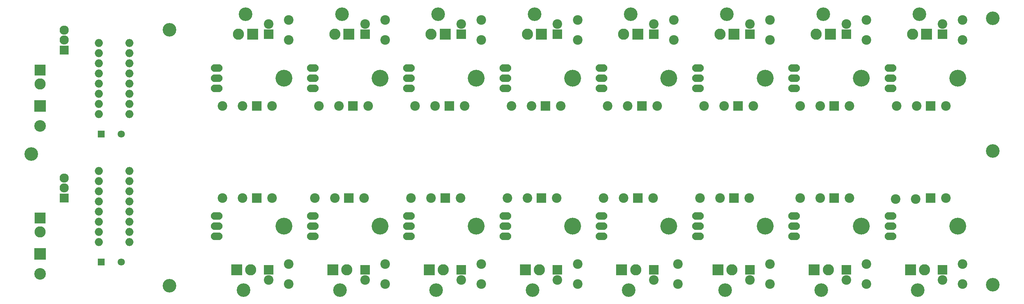
<source format=gbr>
G04 #@! TF.FileFunction,Soldermask,Top*
%FSLAX46Y46*%
G04 Gerber Fmt 4.6, Leading zero omitted, Abs format (unit mm)*
G04 Created by KiCad (PCBNEW 4.0.2-stable) date 2016년 11월 18일 금요일 PM 04:17:21*
%MOMM*%
G01*
G04 APERTURE LIST*
%ADD10C,0.100000*%
%ADD11C,3.400000*%
%ADD12R,2.300000X2.300000*%
%ADD13C,2.300000*%
%ADD14C,2.800000*%
%ADD15R,2.800000X2.800000*%
%ADD16R,2.900000X2.900000*%
%ADD17C,2.900000*%
%ADD18C,2.398980*%
%ADD19O,2.000000X2.000000*%
%ADD20R,1.800000X1.800000*%
%ADD21C,1.800000*%
%ADD22R,2.398980X2.398980*%
%ADD23R,2.400000X2.400000*%
%ADD24C,2.400000*%
%ADD25O,2.899360X1.901140*%
%ADD26C,4.199840*%
G04 APERTURE END LIST*
D10*
D11*
X64500000Y-130500000D03*
X64500000Y-66500000D03*
X30000000Y-97600000D03*
X269700000Y-130250000D03*
X269700000Y-63650000D03*
X250950000Y-131600000D03*
X226950000Y-131600000D03*
X202950000Y-131600000D03*
X178950000Y-131600000D03*
X154950000Y-131600000D03*
X130950000Y-131600000D03*
X106950000Y-131600000D03*
X82950000Y-131600000D03*
X251450000Y-62600000D03*
X227450000Y-62600000D03*
X203450000Y-62600000D03*
X179450000Y-62600000D03*
X155450000Y-62600000D03*
X131450000Y-62600000D03*
X107450000Y-62600000D03*
X83450000Y-62600000D03*
D12*
X38200000Y-108600000D03*
D13*
X38200000Y-106100000D03*
X38200000Y-103600000D03*
D12*
X38200000Y-71600000D03*
D13*
X38200000Y-69100000D03*
X38200000Y-66600000D03*
D14*
X32200000Y-117100000D03*
D15*
X32200000Y-113600000D03*
D16*
X32200000Y-122600000D03*
D17*
X32200000Y-127600000D03*
D18*
X262200000Y-64100640D03*
X262200000Y-69101900D03*
D19*
X54470000Y-119600000D03*
X54470000Y-117060000D03*
X54470000Y-114520000D03*
X54470000Y-111980000D03*
X54470000Y-109440000D03*
X54470000Y-106900000D03*
X54470000Y-104360000D03*
X54470000Y-101820000D03*
X46850000Y-101820000D03*
X46850000Y-104360000D03*
X46850000Y-106900000D03*
X46850000Y-109440000D03*
X46850000Y-111980000D03*
X46850000Y-114520000D03*
X46850000Y-117060000D03*
X46850000Y-119600000D03*
X54470000Y-87600000D03*
X54470000Y-85060000D03*
X54470000Y-82520000D03*
X54470000Y-79980000D03*
X54470000Y-77440000D03*
X54470000Y-74900000D03*
X54470000Y-72360000D03*
X54470000Y-69820000D03*
X46850000Y-69820000D03*
X46850000Y-72360000D03*
X46850000Y-74900000D03*
X46850000Y-77440000D03*
X46850000Y-79980000D03*
X46850000Y-82520000D03*
X46850000Y-85060000D03*
X46850000Y-87600000D03*
D20*
X47470000Y-92600000D03*
D21*
X52470000Y-92600000D03*
D20*
X47470000Y-124600000D03*
D21*
X52470000Y-124600000D03*
D18*
X258010000Y-85600000D03*
D22*
X254200000Y-85600000D03*
D18*
X234010000Y-85600000D03*
D22*
X230200000Y-85600000D03*
D18*
X210010000Y-85600000D03*
D22*
X206200000Y-85600000D03*
D18*
X186010000Y-85600000D03*
D22*
X182200000Y-85600000D03*
D18*
X162010000Y-85600000D03*
D22*
X158200000Y-85600000D03*
D18*
X138010000Y-85600000D03*
D22*
X134200000Y-85600000D03*
D18*
X114010000Y-85600000D03*
D22*
X110200000Y-85600000D03*
D18*
X90010000Y-85600000D03*
D22*
X86200000Y-85600000D03*
D18*
X90010000Y-108600000D03*
D22*
X86200000Y-108600000D03*
D18*
X113010000Y-108600000D03*
D22*
X109200000Y-108600000D03*
D18*
X137010000Y-108600000D03*
D22*
X133200000Y-108600000D03*
D18*
X161010000Y-108600000D03*
D22*
X157200000Y-108600000D03*
D18*
X185010000Y-108600000D03*
D22*
X181200000Y-108600000D03*
D18*
X209010000Y-108600000D03*
D22*
X205200000Y-108600000D03*
D18*
X234010000Y-108600000D03*
D22*
X230200000Y-108600000D03*
D18*
X258010000Y-108600000D03*
D22*
X254200000Y-108600000D03*
D23*
X257200000Y-67600000D03*
D24*
X257200000Y-65060000D03*
D23*
X233200000Y-67600000D03*
D24*
X233200000Y-65060000D03*
D23*
X209200000Y-67600000D03*
D24*
X209200000Y-65060000D03*
D23*
X185200000Y-67600000D03*
D24*
X185200000Y-65060000D03*
D23*
X161200000Y-67600000D03*
D24*
X161200000Y-65060000D03*
D23*
X137200000Y-67600000D03*
D24*
X137200000Y-65060000D03*
D23*
X113200000Y-67600000D03*
D24*
X113200000Y-65060000D03*
D23*
X89200000Y-67600000D03*
D24*
X89200000Y-65060000D03*
D23*
X89200000Y-126600000D03*
D24*
X89200000Y-129140000D03*
D23*
X113200000Y-126600000D03*
D24*
X113200000Y-129140000D03*
D23*
X137200000Y-126600000D03*
D24*
X137200000Y-129140000D03*
D23*
X161200000Y-126600000D03*
D24*
X161200000Y-129140000D03*
D23*
X185200000Y-126600000D03*
D24*
X185200000Y-129140000D03*
D23*
X209200000Y-126600000D03*
D24*
X209200000Y-129140000D03*
D23*
X233200000Y-126600000D03*
D24*
X233200000Y-129140000D03*
D23*
X257200000Y-126600000D03*
D24*
X257200000Y-129140000D03*
D14*
X249700000Y-67600000D03*
D15*
X253200000Y-67600000D03*
D14*
X225700000Y-67600000D03*
D15*
X229200000Y-67600000D03*
D14*
X201700000Y-67600000D03*
D15*
X205200000Y-67600000D03*
D14*
X177700000Y-67600000D03*
D15*
X181200000Y-67600000D03*
D14*
X153700000Y-67600000D03*
D15*
X157200000Y-67600000D03*
D14*
X129700000Y-67600000D03*
D15*
X133200000Y-67600000D03*
D14*
X105700000Y-67600000D03*
D15*
X109200000Y-67600000D03*
D14*
X81700000Y-67600000D03*
D15*
X85200000Y-67600000D03*
D14*
X84700000Y-126600000D03*
D15*
X81200000Y-126600000D03*
D14*
X108700000Y-126600000D03*
D15*
X105200000Y-126600000D03*
D14*
X132700000Y-126600000D03*
D15*
X129200000Y-126600000D03*
D14*
X156700000Y-126600000D03*
D15*
X153200000Y-126600000D03*
D14*
X180700000Y-126600000D03*
D15*
X177200000Y-126600000D03*
D14*
X204700000Y-126600000D03*
D15*
X201200000Y-126600000D03*
D14*
X228700000Y-126600000D03*
D15*
X225200000Y-126600000D03*
D14*
X252700000Y-126600000D03*
D15*
X249200000Y-126600000D03*
D14*
X32200000Y-80100000D03*
D15*
X32200000Y-76600000D03*
D16*
X32200000Y-85600000D03*
D17*
X32200000Y-90600000D03*
D18*
X238200000Y-64100640D03*
X238200000Y-69101900D03*
X214200000Y-64100640D03*
X214200000Y-69101900D03*
X190200000Y-64100640D03*
X190200000Y-69101900D03*
X166200000Y-64100640D03*
X166200000Y-69101900D03*
X142200000Y-64100640D03*
X142200000Y-69101900D03*
X118200000Y-64100640D03*
X118200000Y-69101900D03*
X94200000Y-64100640D03*
X94200000Y-69101900D03*
X245700640Y-85600000D03*
X250701900Y-85600000D03*
X221700640Y-85600000D03*
X226701900Y-85600000D03*
X197700640Y-85600000D03*
X202701900Y-85600000D03*
X173700640Y-85600000D03*
X178701900Y-85600000D03*
X149700640Y-85600000D03*
X154701900Y-85600000D03*
X125700640Y-85600000D03*
X130701900Y-85600000D03*
X101700640Y-85600000D03*
X106701900Y-85600000D03*
X77700640Y-85600000D03*
X82701900Y-85600000D03*
X94200000Y-130099360D03*
X94200000Y-125098100D03*
X118200000Y-130099360D03*
X118200000Y-125098100D03*
X142200000Y-130099360D03*
X142200000Y-125098100D03*
X166200000Y-130099360D03*
X166200000Y-125098100D03*
X191200000Y-130099360D03*
X191200000Y-125098100D03*
X214200000Y-130099360D03*
X214200000Y-125098100D03*
X238200000Y-130099360D03*
X238200000Y-125098100D03*
X262200000Y-130099360D03*
X262200000Y-125098100D03*
X77700640Y-108600000D03*
X82701900Y-108600000D03*
X100700640Y-108600000D03*
X105701900Y-108600000D03*
X124700640Y-108600000D03*
X129701900Y-108600000D03*
X148700640Y-108600000D03*
X153701900Y-108600000D03*
X172700640Y-108600000D03*
X177701900Y-108600000D03*
X196700640Y-108600000D03*
X201701900Y-108600000D03*
X221700640Y-108600000D03*
X226701900Y-108600000D03*
X245450640Y-108850000D03*
X250451900Y-108850000D03*
D25*
X244200000Y-78600000D03*
X244200000Y-76060000D03*
X244200000Y-81140000D03*
D26*
X260964000Y-78600000D03*
D25*
X220200000Y-78600000D03*
X220200000Y-76060000D03*
X220200000Y-81140000D03*
D26*
X236964000Y-78600000D03*
D25*
X196200000Y-78600000D03*
X196200000Y-76060000D03*
X196200000Y-81140000D03*
D26*
X212964000Y-78600000D03*
D25*
X172200000Y-78600000D03*
X172200000Y-76060000D03*
X172200000Y-81140000D03*
D26*
X188964000Y-78600000D03*
D25*
X148200000Y-78600000D03*
X148200000Y-76060000D03*
X148200000Y-81140000D03*
D26*
X164964000Y-78600000D03*
D25*
X124200000Y-78600000D03*
X124200000Y-76060000D03*
X124200000Y-81140000D03*
D26*
X140964000Y-78600000D03*
D25*
X100200000Y-78600000D03*
X100200000Y-76060000D03*
X100200000Y-81140000D03*
D26*
X116964000Y-78600000D03*
D25*
X76200000Y-78600000D03*
X76200000Y-76060000D03*
X76200000Y-81140000D03*
D26*
X92964000Y-78600000D03*
D25*
X76200000Y-115600000D03*
X76200000Y-113060000D03*
X76200000Y-118140000D03*
D26*
X92964000Y-115600000D03*
D25*
X100200000Y-115600000D03*
X100200000Y-113060000D03*
X100200000Y-118140000D03*
D26*
X116964000Y-115600000D03*
D25*
X124200000Y-115600000D03*
X124200000Y-113060000D03*
X124200000Y-118140000D03*
D26*
X140964000Y-115600000D03*
D25*
X148200000Y-115600000D03*
X148200000Y-113060000D03*
X148200000Y-118140000D03*
D26*
X164964000Y-115600000D03*
D25*
X172200000Y-115600000D03*
X172200000Y-113060000D03*
X172200000Y-118140000D03*
D26*
X188964000Y-115600000D03*
D25*
X196200000Y-115600000D03*
X196200000Y-113060000D03*
X196200000Y-118140000D03*
D26*
X212964000Y-115600000D03*
D25*
X220200000Y-115600000D03*
X220200000Y-113060000D03*
X220200000Y-118140000D03*
D26*
X236964000Y-115600000D03*
D25*
X244200000Y-115600000D03*
X244200000Y-113060000D03*
X244200000Y-118140000D03*
D26*
X260964000Y-115600000D03*
D11*
X269700000Y-96850000D03*
M02*

</source>
